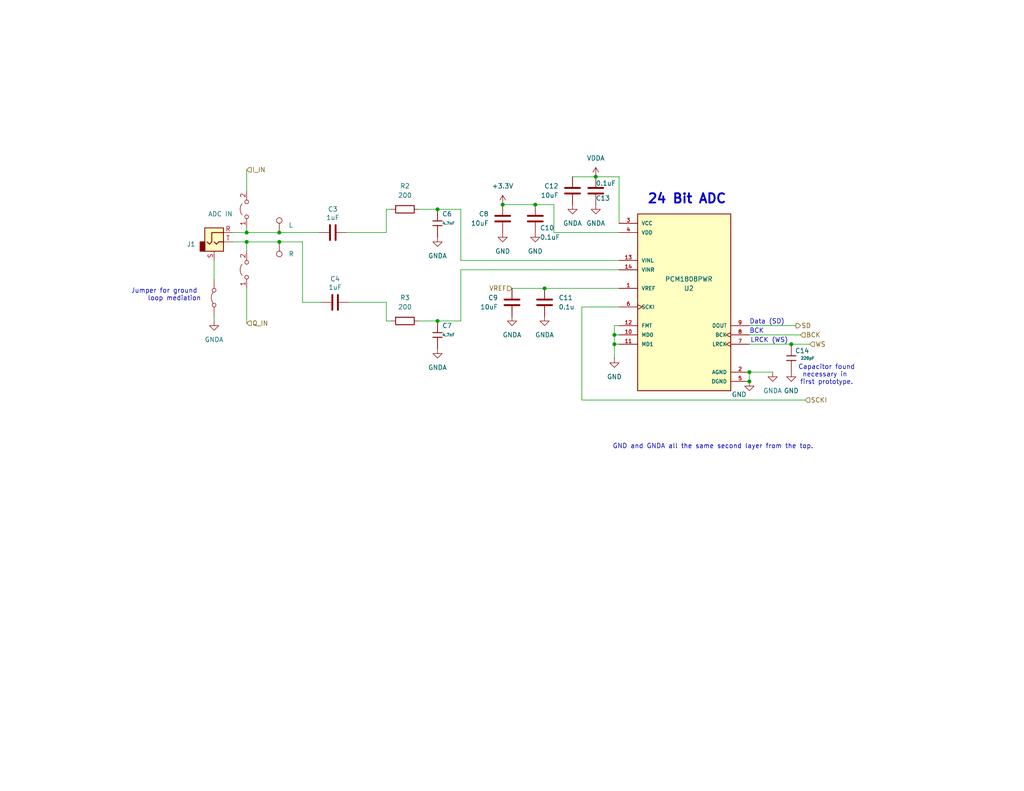
<source format=kicad_sch>
(kicad_sch (version 20250114) (generator "eeschema") (generator_version "9.0")
  (paper "USLetter")
  (title_block (title "PCM1808 24 BIT ADC") (date "2025-01-27") (company "WWU") (comment 1 "Rob Frohne") (comment 2 "v0.12"))
  (lib_symbols
    (symbol "Connector:TestPoint" (pin_numbers (hide yes)) (pin_names (offset 0.762) (hide yes))
      (property "Reference" "TP" (at 0 6.858 0))
      (property "Value" "TestPoint" (at 0 5.08 0))
      (symbol "TestPoint_0_1"
        (circle (center 0 3.302) (radius 0.762))
      )
      (symbol "TestPoint_1_1"
        (pin passive line (at 0 0 90) (length 2.54) (name "1") (number "1"))
      )
    )
    (symbol "Connector_Audio:AudioJack2_Ground"
      (property "Reference" "J4" (at -5.08 -0.635 0))
      (property "Value" "Audio Out to Soundcard" (at 5.08 7.62 0))
      (symbol "AudioJack2_Ground_0_1"
        (rectangle (start -2.54 -2.54) (end -3.81 0) (stroke (width 0.254)) (fill (type outline)))
        (polyline (pts (xy 0 0) (xy 0.635 -0.635) (xy 1.27 0) (xy 2.54 0)) (stroke (width 0.254)))
        (rectangle (start 2.54 3.81) (end -2.54 -2.54) (stroke (width 0.254)) (fill (type background)))
        (polyline (pts (xy 2.54 2.54) (xy -0.635 2.54) (xy -0.635 0) (xy -1.27 -0.635) (xy -1.905 0)) (stroke (width 0.254)))
      )
      (symbol "AudioJack2_Ground_1_1"
        (pin passive line (at 0 -5.08 90) (length 2.54) (name "~") (number "S"))
        (pin passive line (at 5.08 2.54 180) (length 2.54) (name "~") (number "R"))
        (pin passive line (at 5.08 0 180) (length 2.54) (name "~") (number "T"))
      )
    )
    (symbol "Device:C" (pin_numbers (hide yes)) (pin_names (offset 0.254))
      (property "Reference" "C" (at 0.635 2.54 0))
      (property "Value" "C" (at 0.635 -2.54 0))
      (symbol "C_0_1"
        (polyline (pts (xy -2.032 0.762) (xy 2.032 0.762)) (stroke (width 0.508)))
        (polyline (pts (xy -2.032 -0.762) (xy 2.032 -0.762)) (stroke (width 0.508)))
      )
      (symbol "C_1_1"
        (pin passive line (at 0 3.81 270) (length 2.794) (name "~") (number "1"))
        (pin passive line (at 0 -3.81 90) (length 2.794) (name "~") (number "2"))
      )
    )
    (symbol "Device:R" (pin_numbers (hide yes)) (pin_names (offset 0))
      (property "Reference" "R" (at 2.032 0 90))
      (property "Value" "R" (at 0 0 90))
      (symbol "R_0_1"
        (rectangle (start -1.016 -2.54) (end 1.016 2.54) (stroke (width 0.254)))
      )
      (symbol "R_1_1"
        (pin passive line (at 0 3.81 270) (length 1.27) (name "~") (number "1"))
        (pin passive line (at 0 -3.81 90) (length 1.27) (name "~") (number "2"))
      )
    )
    (symbol "GND_1" (power) (pin_numbers (hide yes)) (pin_names (offset 0) (hide yes))
      (property "Value" "GND" (at 0 -3.81 0))
      (symbol "GND_1_0_1"
        (polyline (pts (xy 0 0) (xy 0 -1.27) (xy 1.27 -1.27) (xy 0 -2.54) (xy -1.27 -1.27) (xy 0 -1.27)))
      )
      (symbol "GND_1_1_1"
        (pin power_in line (at 0 0 270) (length 0) (name "~") (number "1"))
      )
    )
    (symbol "Jumper:Jumper_2_Bridged" (pin_numbers (hide yes)) (pin_names (offset 0) (hide yes)) (exclude_from_sim yes)
      (property "Reference" "JP" (at 0 1.905 0))
      (property "Value" "Jumper_2_Bridged" (at 0 -2.54 0))
      (symbol "Jumper_2_Bridged_0_0"
        (circle (center -2.032 0) (radius 0.508))
        (circle (center 2.032 0) (radius 0.508))
      )
      (symbol "Jumper_2_Bridged_0_1"
        (arc (start -1.524 0.254) (mid 0 0.762) (end 1.524 0.254))
      )
      (symbol "Jumper_2_Bridged_1_1"
        (pin passive line (at -5.08 0 0) (length 2.54) (name "A") (number "1"))
        (pin passive line (at 5.08 0 180) (length 2.54) (name "B") (number "2"))
      )
    )
    (symbol "Jumper:Jumper_2_Open" (pin_names (offset 0) (hide yes))
      (property "Reference" "JP" (at 0 2.794 0))
      (property "Value" "Jumper_2_Open" (at 0 -2.286 0))
      (symbol "Jumper_2_Open_0_0"
        (circle (center -2.032 0) (radius 0.508))
        (circle (center 2.032 0) (radius 0.508))
      )
      (symbol "Jumper_2_Open_0_1"
        (arc (start -1.524 1.27) (mid 0 1.778) (end 1.524 1.27))
      )
      (symbol "Jumper_2_Open_1_1"
        (pin passive line (at -5.08 0 0) (length 2.54) (name "A") (number "1"))
        (pin passive line (at 5.08 0 180) (length 2.54) (name "B") (number "2"))
      )
    )
    (symbol "PCM1808PWR:PCM1808PWR" (pin_names (offset 1.016))
      (property "Reference" "U" (at -12.7 24.13 0))
      (property "Value" "PCM1808PWR" (at -12.7 -27.94 0))
      (symbol "PCM1808PWR_0_0"
        (rectangle (start -12.7 -25.4) (end 12.7 22.86) (stroke (width 0.254)) (fill (type background)))
        (pin power_in line (at -17.78 20.32 0) (length 5.08) (name "VCC") (number "3"))
        (pin power_in line (at -17.78 17.78 0) (length 5.08) (name "VDD") (number "4"))
        (pin input line (at -17.78 10.16 0) (length 5.08) (name "VINL") (number "13"))
        (pin input line (at -17.78 7.62 0) (length 5.08) (name "VINR") (number "14"))
        (pin input line (at -17.78 2.54 0) (length 5.08) (name "VREF") (number "1"))
        (pin input clock (at -17.78 -2.54 0) (length 5.08) (name "SCKI") (number "6"))
        (pin input line (at -17.78 -7.62 0) (length 5.08) (name "FMT") (number "12"))
        (pin input line (at -17.78 -10.16 0) (length 5.08) (name "MD0") (number "10"))
        (pin input line (at -17.78 -12.7 0) (length 5.08) (name "MD1") (number "11"))
        (pin output line (at 17.78 -7.62 180) (length 5.08) (name "DOUT") (number "9"))
        (pin bidirectional clock (at 17.78 -10.16 180) (length 5.08) (name "BCK") (number "8"))
        (pin bidirectional clock (at 17.78 -12.7 180) (length 5.08) (name "LRCK") (number "7"))
        (pin power_in line (at 17.78 -20.32 180) (length 5.08) (name "AGND") (number "2"))
        (pin power_in line (at 17.78 -22.86 180) (length 5.08) (name "DGND") (number "5"))
      )
    )
    (symbol "PCM_JLCPCB-Capacitors:0805,220pF" (pin_numbers (hide yes)) (pin_names (offset 0))
      (property "Reference" "C" (at 2.032 1.668 0))
      (property "Value" "220pF" (at 2.032 -0.3782 0))
      (property "Voltage Rated" "50V" (at 2.032 -2.0462 0))
      (symbol "0805,220pF_0_1"
        (polyline (pts (xy -1.27 0.635) (xy 1.27 0.635)) (stroke (width 0.254)))
        (polyline (pts (xy -1.27 -0.635) (xy 1.27 -0.635)) (stroke (width 0.254)))
      )
      (symbol "0805,220pF_1_1"
        (pin passive line (at 0 3.81 270) (length 3.175) (name "~") (number "1"))
        (pin passive line (at 0 -3.81 90) (length 3.175) (name "~") (number "2"))
      )
    )
    (symbol "PCM_JLCPCB-Capacitors:0805,4.7nF" (pin_numbers (hide yes)) (pin_names (offset 0))
      (property "Reference" "C" (at 2.032 1.668 0))
      (property "Value" "4.7nF" (at 2.032 -0.3782 0))
      (property "Voltage Rated" "50V" (at 2.032 -2.0462 0))
      (symbol "0805,4.7nF_0_1"
        (polyline (pts (xy -1.27 0.635) (xy 1.27 0.635)) (stroke (width 0.254)))
        (polyline (pts (xy -1.27 -0.635) (xy 1.27 -0.635)) (stroke (width 0.254)))
      )
      (symbol "0805,4.7nF_1_1"
        (pin passive line (at 0 3.81 270) (length 3.175) (name "~") (number "1"))
        (pin passive line (at 0 -3.81 90) (length 3.175) (name "~") (number "2"))
      )
    )
    (symbol "power:+3.3V" (power) (pin_names (offset 0))
      (property "Value" "+3.3V" (at 0 3.556 0))
      (symbol "+3.3V_0_1"
        (polyline (pts (xy -0.762 1.27) (xy 0 2.54)))
        (polyline (pts (xy 0 2.54) (xy 0.762 1.27)))
        (polyline (pts (xy 0 0) (xy 0 2.54)))
      )
      (symbol "+3.3V_1_1"
        (pin power_in line (at 0 0 90) (length 0) (hide yes) (name "+3.3V") (number "1"))
      )
    )
    (symbol "power:GND" (power) (pin_names (offset 0))
      (property "Value" "GND" (at 0 -3.81 0))
      (symbol "GND_0_1"
        (polyline (pts (xy 0 0) (xy 0 -1.27) (xy 1.27 -1.27) (xy 0 -2.54) (xy -1.27 -1.27) (xy 0 -1.27)))
      )
      (symbol "GND_1_1"
        (pin power_in line (at 0 0 270) (length 0) (hide yes) (name "GND") (number "1"))
      )
    )
    (symbol "power:GNDA" (power) (pin_names (offset 0))
      (property "Value" "GNDA" (at 0 -3.81 0))
      (symbol "GNDA_0_1"
        (polyline (pts (xy 0 0) (xy 0 -1.27) (xy 1.27 -1.27) (xy 0 -2.54) (xy -1.27 -1.27) (xy 0 -1.27)))
      )
      (symbol "GNDA_1_1"
        (pin power_in line (at 0 0 270) (length 0) (hide yes) (name "GNDA") (number "1"))
      )
    )
    (symbol "power:VDDA" (power) (pin_names (offset 0))
      (property "Value" "VDDA" (at 0 3.81 0))
      (symbol "VDDA_0_1"
        (polyline (pts (xy -0.762 1.27) (xy 0 2.54)))
        (polyline (pts (xy 0 2.54) (xy 0.762 1.27)))
        (polyline (pts (xy 0 0) (xy 0 2.54)))
      )
      (symbol "VDDA_1_1"
        (pin power_in line (at 0 0 90) (length 0) (hide yes) (name "VDDA") (number "1"))
      )
    )
  )
  (text "Jumper for ground \nloop mediation" (at 54.864 82.296 0) (effects (font (size 1.27 1.27)) (justify right bottom)))
  (text "GND and GNDA all the same second layer from the top." (at 167.132 122.682 0) (effects (font (size 1.27 1.27)) (justify left bottom)))
  (text "24 Bit ADC" (at 176.53 55.88 0) (effects (font (size 2.54 2.54) (thickness 0.5) (bold yes)) (justify left bottom)))
  (text "BCK" (at 204.47 91.186 0) (effects (font (size 1.27 1.27)) (justify left bottom)))
  (text "Data (SD)" (at 204.47 88.646 0) (effects (font (size 1.27 1.27)) (justify left bottom)))
  (text "Capacitor found\nnecessary in \nfirst prototype." (at 225.552 102.362 0) (effects (font (size 1.27 1.27))))
  (text "LRCK (WS)" (at 204.724 93.726 0) (effects (font (size 1.27 1.27)) (justify left bottom)))
  (junction (at 215.9 93.98))
  (junction (at 76.2 66.04))
  (junction (at 146.05 55.88))
  (junction (at 67.31 66.04))
  (junction (at 67.31 63.5))
  (junction (at 204.47 104.14))
  (junction (at 162.56 48.26))
  (junction (at 137.16 55.88))
  (junction (at 167.64 91.44))
  (junction (at 204.47 101.6))
  (junction (at 119.38 57.15))
  (junction (at 167.64 93.98))
  (junction (at 119.38 87.63))
  (junction (at 76.2 63.5))
  (junction (at 148.59 78.74))
  (wire (pts (xy 220.98 93.98) (xy 215.9 93.98)))
  (wire (pts (xy 125.73 73.66) (xy 168.91 73.66)))
  (wire (pts (xy 105.41 63.5) (xy 105.41 57.15)))
  (wire (pts (xy 167.64 91.44) (xy 167.64 93.98)))
  (wire (pts (xy 167.64 93.98) (xy 167.64 97.79)))
  (wire (pts (xy 119.38 57.15) (xy 125.73 57.15)))
  (wire (pts (xy 67.31 66.04) (xy 63.5 66.04)))
  (wire (pts (xy 67.31 63.5) (xy 76.2 63.5)))
  (wire (pts (xy 67.31 66.04) (xy 67.31 68.58)))
  (wire (pts (xy 105.41 82.55) (xy 105.41 87.63)))
  (wire (pts (xy 168.91 48.26) (xy 168.91 60.96)))
  (wire (pts (xy 58.42 71.12) (xy 58.42 76.2)))
  (wire (pts (xy 139.7 78.74) (xy 148.59 78.74)))
  (wire (pts (xy 114.3 87.63) (xy 119.38 87.63)))
  (wire (pts (xy 204.47 88.9) (xy 217.17 88.9)))
  (wire (pts (xy 76.2 63.5) (xy 86.995 63.5)))
  (wire (pts (xy 215.9 93.98) (xy 204.47 93.98)))
  (wire (pts (xy 151.13 63.5) (xy 168.91 63.5)))
  (wire (pts (xy 94.615 63.5) (xy 105.41 63.5)))
  (wire (pts (xy 204.47 91.44) (xy 218.44 91.44)))
  (wire (pts (xy 82.55 82.55) (xy 87.63 82.55)))
  (wire (pts (xy 76.2 66.04) (xy 82.55 66.04)))
  (wire (pts (xy 125.73 71.12) (xy 168.91 71.12)))
  (wire (pts (xy 148.59 78.74) (xy 168.91 78.74)))
  (wire (pts (xy 67.31 66.04) (xy 76.2 66.04)))
  (wire (pts (xy 151.13 55.88) (xy 151.13 63.5)))
  (wire (pts (xy 105.41 57.15) (xy 106.68 57.15)))
  (wire (pts (xy 67.31 62.23) (xy 67.31 63.5)))
  (wire (pts (xy 67.31 78.74) (xy 67.31 88.265)))
  (wire (pts (xy 167.64 93.98) (xy 168.91 93.98)))
  (wire (pts (xy 105.41 87.63) (xy 106.68 87.63)))
  (wire (pts (xy 167.64 91.44) (xy 168.91 91.44)))
  (wire (pts (xy 125.73 87.63) (xy 125.73 73.66)))
  (wire (pts (xy 82.55 82.55) (xy 82.55 66.04)))
  (wire (pts (xy 158.75 109.22) (xy 219.71 109.22)))
  (wire (pts (xy 158.75 83.82) (xy 158.75 109.22)))
  (wire (pts (xy 95.25 82.55) (xy 105.41 82.55)))
  (wire (pts (xy 63.5 63.5) (xy 67.31 63.5)))
  (wire (pts (xy 204.47 101.6) (xy 210.82 101.6)))
  (wire (pts (xy 156.21 48.26) (xy 162.56 48.26)))
  (wire (pts (xy 114.3 57.15) (xy 119.38 57.15)))
  (wire (pts (xy 167.64 88.9) (xy 167.64 91.44)))
  (wire (pts (xy 67.31 46.355) (xy 67.31 52.07)))
  (wire (pts (xy 137.16 55.88) (xy 146.05 55.88)))
  (wire (pts (xy 146.05 55.88) (xy 151.13 55.88)))
  (wire (pts (xy 125.73 57.15) (xy 125.73 71.12)))
  (wire (pts (xy 119.38 87.63) (xy 125.73 87.63)))
  (wire (pts (xy 167.64 88.9) (xy 168.91 88.9)))
  (wire (pts (xy 162.56 48.26) (xy 168.91 48.26)))
  (wire (pts (xy 158.75 83.82) (xy 168.91 83.82)))
  (wire (pts (xy 58.42 86.36) (xy 58.42 87.63)))
  (wire (pts (xy 204.47 101.6) (xy 204.47 104.14)))
  (hierarchical_label "WS" (shape input) (at 220.98 93.98 0))
  (hierarchical_label "BCK" (shape input) (at 218.44 91.44 0))
  (hierarchical_label "VREF" (shape input) (at 139.7 78.74 180))
  (hierarchical_label "Q_IN" (shape input) (at 67.31 88.265 0))
  (hierarchical_label "I_IN" (shape input) (at 67.31 46.355 0))
  (hierarchical_label "SCKI" (shape input) (at 219.71 109.22 0))
  (hierarchical_label "SD" (shape output) (at 217.17 88.9 0))
  (symbol (lib_id "Connector:TestPoint") (at 76.2 63.5 0) (unit 1)
    (property "Reference" "TP1" (effects (hide yes)))
    (property "Value" "L" (at 78.74 61.468 0) (effects (justify left)))
    (property "Footprint" "TestPoint:TestPoint_THTPad_D1.0mm_Drill0.5mm" (effects (hide yes)))
  )
  (symbol (lib_id "power:GNDA") (at 210.82 101.6 0) (unit 1)
    (property "Reference" "#PWR023" (effects (hide yes)))
    (property "Value" "GNDA" (at 210.82 106.68 0))
  )
  (symbol (lib_id "Device:C") (at 90.805 63.5 90) (mirror x) (unit 1)
    (property "Reference" "C3" (at 90.805 57.0992 90))
    (property "Value" "1uF" (at 90.805 59.4106 90))
    (property "Footprint" "Capacitor_SMD:C_0805_2012Metric" (effects (hide yes)))
    (property "Datasheet" "https://datasheet.lcsc.com/lcsc/2304140030_Samsung-Electro-Mechanics-CL21B105KBFNNNE_C28323.pdf" (effects (hide yes)))
    (property "LCSC" "C28323" (effects (hide yes)))
  )
  (symbol (lib_id "Connector_Audio:AudioJack2_Ground") (at 58.42 66.04 0) (unit 1)
    (property "Reference" "J1" (at 53.34 66.675 0) (effects (justify right)))
    (property "Value" "ADC IN" (at 63.5 58.42 0) (effects (justify right)))
    (property "Footprint" "ForTaylanLibrary:Jack_3.5mm_CUI_SJ-3523-SMT_Horizontal" (effects (hide yes)))
    (property "Datasheet" "https://www.lcsc.com/datasheet/lcsc_datasheet_1811132022_BOOMELE-Boom-Precision-Elec-PJ-320B_C18594.pdf" (effects (hide yes)))
    (property "LCSC" "C18594" (effects (hide yes)))
  )
  (symbol (lib_id "power:GND") (at 137.16 63.5 0) (unit 1)
    (property "Reference" "#PWR014" (effects (hide yes)))
    (property "Value" "GND" (at 137.16 68.58 0))
  )
  (symbol (lib_id "Jumper:Jumper_2_Open") (at 67.31 73.66 90) (unit 1)
    (property "Reference" "JP19" (effects (hide yes)))
    (property "Value" "GND_LP_SND" (effects (hide yes)))
    (property "Footprint" "Jumper:SolderJumper-2_P1.3mm_Open_RoundedPad1.0x1.5mm" (effects (hide yes)))
  )
  (symbol (lib_id "Device:C") (at 137.16 59.69 0) (mirror y) (unit 1)
    (property "Reference" "C8" (at 133.35 58.42 0) (effects (justify left)))
    (property "Value" "10uF" (at 133.35 60.96 0) (effects (justify left)))
    (property "Footprint" "Capacitor_SMD:C_0805_2012Metric" (effects (hide yes)))
    (property "Datasheet" "https://datasheet.lcsc.com/lcsc/2304140030_Samsung-Electro-Mechanics-CL21A106KAYNNNE_C15850.pdf" (effects (hide yes)))
    (property "LCSC" "C15850" (effects (hide yes)))
  )
  (symbol (lib_id "Device:C") (at 162.56 52.07 180) (unit 1)
    (property "Reference" "C13" (at 162.56 54.102 0) (effects (justify right)))
    (property "Value" "0.1uF" (at 162.56 50.038 0) (effects (justify right)))
    (property "Footprint" "Capacitor_SMD:C_0805_2012Metric" (effects (hide yes)))
    (property "Datasheet" "https://datasheet.lcsc.com/lcsc/2304140030_YAGEO-CC0805KRX7R9BB104_C49678.pdf" (effects (hide yes)))
    (property "LCSC" "C49678" (effects (hide yes)))
  )
  (symbol (lib_id "Device:C") (at 91.44 82.55 90) (mirror x) (unit 1)
    (property "Reference" "C4" (at 91.44 76.1492 90))
    (property "Value" "1uF" (at 91.44 78.4606 90))
    (property "Footprint" "Capacitor_SMD:C_0805_2012Metric" (effects (hide yes)))
    (property "Datasheet" "https://datasheet.lcsc.com/lcsc/2304140030_Samsung-Electro-Mechanics-CL21B105KBFNNNE_C28323.pdf" (effects (hide yes)))
    (property "LCSC" "C28323" (effects (hide yes)))
  )
  (symbol (lib_id "power:GNDA") (at 148.59 86.36 0) (unit 1)
    (property "Reference" "#PWR017" (effects (hide yes)))
    (property "Value" "GNDA" (at 148.59 91.44 0))
  )
  (symbol (lib_id "power:GND") (at 215.9 101.6 0) (unit 1)
    (property "Reference" "#PWR024" (effects (hide yes)))
    (property "Value" "GND" (at 215.9 106.68 0))
  )
  (symbol (lib_id "power:GND") (at 204.47 104.14 0) (unit 1)
    (property "Reference" "#PWR022" (effects (hide yes)))
    (property "Value" "GND" (at 201.676 107.696 0))
  )
  (symbol (lib_id "Device:C") (at 146.05 59.69 180) (unit 1)
    (property "Reference" "C10" (at 147.32 62.23 0) (effects (justify right)))
    (property "Value" "0.1uF" (at 147.32 64.77 0) (effects (justify right)))
    (property "Footprint" "Capacitor_SMD:C_0805_2012Metric" (effects (hide yes)))
    (property "Datasheet" "https://datasheet.lcsc.com/lcsc/2304140030_YAGEO-CC0805KRX7R9BB104_C49678.pdf" (effects (hide yes)))
    (property "LCSC" "C49678" (effects (hide yes)))
  )
  (symbol (lib_id "power:GNDA") (at 139.7 86.36 0) (unit 1)
    (property "Reference" "#PWR015" (effects (hide yes)))
    (property "Value" "GNDA" (at 139.7 91.44 0))
  )
  (symbol (lib_id "Device:C") (at 148.59 82.55 180) (unit 1)
    (property "Reference" "C11" (at 152.4 81.28 0) (effects (justify right)))
    (property "Value" "0.1u" (at 152.4 83.82 0) (effects (justify right)))
    (property "Footprint" "Capacitor_SMD:C_0805_2012Metric" (effects (hide yes)))
    (property "Datasheet" "https://datasheet.lcsc.com/lcsc/2304140030_YAGEO-CC0805KRX7R9BB104_C49678.pdf" (effects (hide yes)))
    (property "LCSC" "C49678" (effects (hide yes)))
  )
  (symbol (lib_id "power:GNDA") (at 58.42 87.63 0) (mirror y) (unit 1)
    (property "Reference" "#PWR04" (effects (hide yes)))
    (property "Value" "GNDA" (at 58.42 92.71 0))
  )
  (symbol (lib_id "Jumper:Jumper_2_Open") (at 67.31 57.15 90) (unit 1)
    (property "Reference" "JP18" (effects (hide yes)))
    (property "Value" "GND_LP_SND" (effects (hide yes)))
    (property "Footprint" "Jumper:SolderJumper-2_P1.3mm_Open_RoundedPad1.0x1.5mm" (effects (hide yes)))
  )
  (symbol (lib_id "power:GNDA") (at 162.56 55.88 0) (unit 1)
    (property "Reference" "#PWR020" (effects (hide yes)))
    (property "Value" "GNDA" (at 162.56 60.96 0))
  )
  (symbol (lib_id "Device:C") (at 156.21 52.07 0) (mirror y) (unit 1)
    (property "Reference" "C12" (at 152.4 50.8 0) (effects (justify left)))
    (property "Value" "10uF" (at 152.4 53.34 0) (effects (justify left)))
    (property "Footprint" "Capacitor_SMD:C_0805_2012Metric" (effects (hide yes)))
    (property "Datasheet" "https://datasheet.lcsc.com/lcsc/2304140030_Samsung-Electro-Mechanics-CL21A106KAYNNNE_C15850.pdf" (effects (hide yes)))
    (property "LCSC" "C15850" (effects (hide yes)))
  )
  (symbol (lib_id "PCM_JLCPCB-Capacitors:0805,4.7nF") (at 119.38 60.96 0) (unit 1)
    (property "Reference" "C6" (at 120.65 58.42 0) (effects (justify left)))
    (property "Value" "4.7nF" (at 120.65 60.9601 0) (effects (font (size 0.8 0.8)) (justify left)))
    (property "Footprint" "PCM_JLCPCB:C_0805" (effects (hide yes)))
    (property "Datasheet" "https://www.lcsc.com/datasheet/lcsc_datasheet_2304140030_FH--Guangdong-Fenghua-Advanced-Tech-0805B472K500NT_C1744.pdf" (effects (hide yes)))
    (property "Description" "50V 4.7nF X7R ±10% 0805 Multilayer Ceramic Capacitors MLCC - SMD/SMT ROHS" (effects (hide yes)))
    (property "LCSC" "C1744" (effects (hide yes)))
    (property "Stock" "289398" (effects (hide yes)))
    (property "Price" "0.008USD" (effects (hide yes)))
    (property "Process" "SMT" (effects (hide yes)))
    (property "Minimum Qty" "20" (effects (hide yes)))
    (property "Attrition Qty" "10" (effects (hide yes)))
    (property "Class" "Basic Component" (effects (hide yes)))
    (property "Category" "Capacitors,Multilayer Ceramic Capacitors MLCC - SMD/SMT" (effects (hide yes)))
    (property "Manufacturer" "FH(Guangdong Fenghua Advanced Tech)" (effects (hide yes)))
    (property "Part" "0805B472K500NT" (effects (hide yes)))
    (property "Voltage Rated" "50V" (effects (hide yes)))
    (property "Tolerance" "±10%" (effects (hide yes)))
    (property "Capacitance" "4.7nF" (effects (hide yes)))
    (property "Temperature Coefficient" "X7R" (effects (hide yes)))
  )
  (symbol (lib_id "power:GNDA") (at 156.21 55.88 0) (unit 1)
    (property "Reference" "#PWR018" (effects (hide yes)))
    (property "Value" "GNDA" (at 156.21 60.96 0))
  )
  (symbol (lib_id "power:+3.3V") (at 137.16 55.88 0) (unit 1)
    (property "Reference" "#PWR013" (effects (hide yes)))
    (property "Value" "+3.3V" (at 137.16 50.8 0))
  )
  (symbol (lib_id "power:GNDA") (at 119.38 64.77 0) (mirror y) (unit 1)
    (property "Reference" "#PWR011" (effects (hide yes)))
    (property "Value" "GNDA" (at 119.38 69.85 0))
  )
  (symbol (lib_id "Device:R") (at 110.49 87.63 90) (unit 1)
    (property "Reference" "R3" (at 110.49 81.28 90))
    (property "Value" "200" (at 110.49 83.82 90))
    (property "Footprint" "Resistor_SMD:R_0805_2012Metric" (effects (hide yes)))
    (property "Datasheet" "https://datasheet.lcsc.com/lcsc/2206010200_UNI-ROYAL-Uniroyal-Elec-0805W8F200JT5E_C17544.pdf" (effects (hide yes)))
    (property "LCSC" "C17544" (effects (hide yes)))
  )
  (symbol (lib_id "Connector:TestPoint") (at 76.2 66.04 180) (unit 1)
    (property "Reference" "TP2" (effects (hide yes)))
    (property "Value" "R" (at 78.74 69.3419 0) (effects (justify right)))
    (property "Footprint" "TestPoint:TestPoint_THTPad_D1.0mm_Drill0.5mm" (effects (hide yes)))
  )
  (symbol (lib_id "Jumper:Jumper_2_Bridged") (at 58.42 81.28 90) (unit 1) (exclude_from_sim yes)
    (property "Reference" "JP17" (effects (hide yes)))
    (property "Value" "Jumper_2_Bridged" (effects (hide yes)))
    (property "Footprint" "Jumper:SolderJumper-2_P1.3mm_Bridged2Bar_RoundedPad1.0x1.5mm" (effects (hide yes)))
    (property "Description" "Jumper, 2-pole, closed/bridged" (effects (hide yes)))
  )
  (symbol (lib_id "power:VDDA") (at 162.56 48.26 0) (unit 1)
    (property "Reference" "#PWR019" (effects (hide yes)))
    (property "Value" "VDDA" (at 162.56 43.18 0))
  )
  (symbol (lib_id "power:GNDA") (at 119.38 95.25 0) (mirror y) (unit 1)
    (property "Reference" "#PWR012" (effects (hide yes)))
    (property "Value" "GNDA" (at 119.38 100.33 0))
  )
  (symbol (lib_id "power:GND") (at 146.05 63.5 0) (unit 1)
    (property "Reference" "#PWR016" (effects (hide yes)))
    (property "Value" "GND" (at 146.05 68.58 0))
  )
  (symbol (lib_name "GND_1") (lib_id "power:GND") (at 167.64 97.79 0) (unit 1)
    (property "Reference" "#PWR021" (effects (hide yes)))
    (property "Value" "GND" (at 167.64 102.87 0))
    (property "Description" "Power symbol creates a global label with name \"GND\" , ground" (effects (hide yes)))
  )
  (symbol (lib_id "PCM_JLCPCB-Capacitors:0805,220pF") (at 215.9 97.79 0) (unit 1)
    (property "Reference" "C14" (at 216.916 95.758 0) (effects (justify left)))
    (property "Value" "220pF" (at 218.44 97.79 0) (effects (font (size 0.8 0.8)) (justify left)))
    (property "Footprint" "PCM_JLCPCB:C_0805" (effects (hide yes)))
    (property "Datasheet" "https://www.lcsc.com/datasheet/lcsc_datasheet_2304140030_YAGEO-CC0805KRX7R9BB221_C107145.pdf" (effects (hide yes)))
    (property "Description" "50V 220pF X7R ±10% 0805 Multilayer Ceramic Capacitors MLCC - SMD/SMT ROHS" (effects (hide yes)))
    (property "LCSC" "C107145" (effects (hide yes)))
    (property "Stock" "135980" (effects (hide yes)))
    (property "Price" "0.008USD" (effects (hide yes)))
    (property "Process" "SMT" (effects (hide yes)))
    (property "Minimum Qty" "20" (effects (hide yes)))
    (property "Attrition Qty" "10" (effects (hide yes)))
    (property "Class" "Basic Component" (effects (hide yes)))
    (property "Category" "Capacitors,Multilayer Ceramic Capacitors MLCC - SMD/SMT" (effects (hide yes)))
    (property "Manufacturer" "YAGEO" (effects (hide yes)))
    (property "Part" "CC0805KRX7R9BB221" (effects (hide yes)))
    (property "Voltage Rated" "50V" (effects (hide yes)))
    (property "Tolerance" "±10%" (effects (hide yes)))
    (property "Capacitance" "220pF" (effects (hide yes)))
    (property "Temperature Coefficient" "X7R" (effects (hide yes)))
  )
  (symbol (lib_id "PCM_JLCPCB-Capacitors:0805,4.7nF") (at 119.38 91.44 0) (unit 1)
    (property "Reference" "C7" (at 120.65 88.9 0) (effects (justify left)))
    (property "Value" "4.7nF" (at 120.65 91.4401 0) (effects (font (size 0.8 0.8)) (justify left)))
    (property "Footprint" "PCM_JLCPCB:C_0805" (effects (hide yes)))
    (property "Datasheet" "https://www.lcsc.com/datasheet/lcsc_datasheet_2304140030_FH--Guangdong-Fenghua-Advanced-Tech-0805B472K500NT_C1744.pdf" (effects (hide yes)))
    (property "Description" "50V 4.7nF X7R ±10% 0805 Multilayer Ceramic Capacitors MLCC - SMD/SMT ROHS" (effects (hide yes)))
    (property "LCSC" "C1744" (effects (hide yes)))
    (property "Stock" "289398" (effects (hide yes)))
    (property "Price" "0.008USD" (effects (hide yes)))
    (property "Process" "SMT" (effects (hide yes)))
    (property "Minimum Qty" "20" (effects (hide yes)))
    (property "Attrition Qty" "10" (effects (hide yes)))
    (property "Class" "Basic Component" (effects (hide yes)))
    (property "Category" "Capacitors,Multilayer Ceramic Capacitors MLCC - SMD/SMT" (effects (hide yes)))
    (property "Manufacturer" "FH(Guangdong Fenghua Advanced Tech)" (effects (hide yes)))
    (property "Part" "0805B472K500NT" (effects (hide yes)))
    (property "Voltage Rated" "50V" (effects (hide yes)))
    (property "Tolerance" "±10%" (effects (hide yes)))
    (property "Capacitance" "4.7nF" (effects (hide yes)))
    (property "Temperature Coefficient" "X7R" (effects (hide yes)))
  )
  (symbol (lib_id "Device:R") (at 110.49 57.15 90) (unit 1)
    (property "Reference" "R2" (at 110.49 50.8 90))
    (property "Value" "200" (at 110.49 53.34 90))
    (property "Footprint" "Resistor_SMD:R_0805_2012Metric" (effects (hide yes)))
    (property "Datasheet" "https://datasheet.lcsc.com/lcsc/2206010200_UNI-ROYAL-Uniroyal-Elec-0805W8F200JT5E_C17544.pdf" (effects (hide yes)))
    (property "LCSC" "C17544" (effects (hide yes)))
  )
  (symbol (lib_id "Device:C") (at 139.7 82.55 0) (mirror y) (unit 1)
    (property "Reference" "C9" (at 135.89 81.28 0) (effects (justify left)))
    (property "Value" "10uF" (at 135.89 83.82 0) (effects (justify left)))
    (property "Footprint" "Capacitor_SMD:C_0805_2012Metric" (effects (hide yes)))
    (property "Datasheet" "https://datasheet.lcsc.com/lcsc/2304140030_Samsung-Electro-Mechanics-CL21A106KAYNNNE_C15850.pdf" (effects (hide yes)))
    (property "LCSC" "C15850" (effects (hide yes)))
  )
  (symbol (lib_id "PCM1808PWR:PCM1808PWR") (at 186.69 81.28 0) (unit 1)
    (property "Reference" "U2" (at 187.96 78.74 0))
    (property "Value" "PCM1808PWR" (at 187.96 76.2 0))
    (property "Footprint" "Package_SO:TSSOP-14_4.4x5mm_P0.65mm" (effects (hide yes)))
    (property "Datasheet" "https://www.ti.com/lit/ds/symlink/pcm1808.pdf?ts=1705856805393&ref_url=https%253A%252F%252Fwww.ti.com%252Fproduct%252FPCM1808%253FkeyMatch%253DPCM1808%2526tisearch%253Dsearch-everything%2526usecase%253DGPN-ALT" (effects (hide yes)))
    (property "Description" "24-bit, 99-dB SNR, 96-kHz stereo ADC with single-ended inputs" (effects (hide yes)))
    (property "MF" "Texas Instruments" (effects (hide yes)))
    (property "MAXIMUM_PACKAGE_HEIGHT" "1.2 mm" (effects (hide yes)))
    (property "Package" "TSSOP-14 Texas Instruments" (effects (hide yes)))
    (property "Price" "None" (effects (hide yes)))
    (property "Check_prices" "https://www.snapeda.com/parts/PCM1808PWR/Texas+Instruments/view-part/?ref=eda" (effects (hide yes)))
    (property "STANDARD" "IPC 7351B" (effects (hide yes)))
    (property "PARTREV" "B" (effects (hide yes)))
    (property "SnapEDA_Link" "https://www.snapeda.com/parts/PCM1808PWR/Texas+Instruments/view-part/?ref=snap" (effects (hide yes)))
    (property "MP" "PCM1808PWR" (effects (hide yes)))
    (property "Purchase-URL" "https://www.snapeda.com/api/url_track_click_mouser/?unipart_id=565040&manufacturer=Texas Instruments&part_name=PCM1808PWR&search_term=None" (effects (hide yes)))
    (property "Availability" "In Stock" (effects (hide yes)))
    (property "MANUFACTURER" "Texas Instruments" (effects (hide yes)))
    (property "LCSC" "C55513" (effects (hide yes)))
    (property "JLC" "Extended" (effects (hide yes)))
    (property "JLCPCB Rotation Offset" "-90" (effects (hide yes)))
  )
)
</source>
